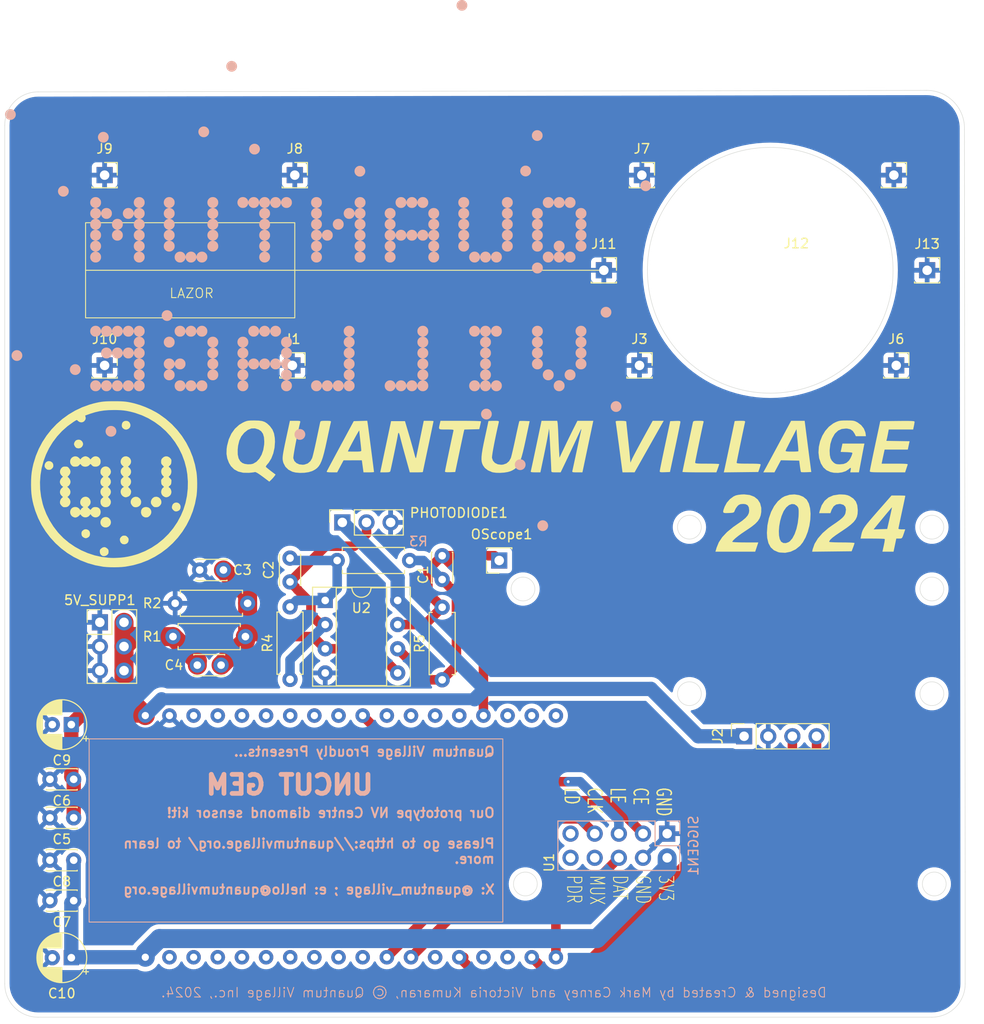
<source format=kicad_pcb>
(kicad_pcb (version 20240108) (generator "pcbnew") (generator_version "8.0")
  (layers (0 "F.Cu" signal) (31 "B.Cu" signal) (34 "B.Paste" user) (35 "F.Paste" user) (36 "B.SilkS" user "B.Silkscreen") (37 "F.SilkS" user "F.Silkscreen") (38 "B.Mask" user) (39 "F.Mask" user) (44 "Edge.Cuts" user))
  (net 0 "")
  (net 1 "Net-(U2B--)")
  (net 2 "/ADC_SIGNAL")
  (net 3 "/PHOTO_DETECT")
  (net 4 "Net-(C2-Pad2)")
  (net 5 "/FAKE_GND")
  (net 6 "GND")
  (net 7 "/5V")
  (net 8 "/SIGGEN_SCK")
  (net 9 "/SIGGEN_DAT")
  (net 10 "/SIGGEN_CS")
  (net 11 "/SIGGEN_LE")
  (net 12 "/3V3")
  (net 13 "/I2C_SCK")
  (net 14 "/I2C_SDA")
  (footprint "Connector_PinSocket_2.54mm:PinSocket_1x04_P2.54mm_Vertical" (layer "F.Cu") (at 166.75 112.725 90)
    (property "Reference" "J2" (at 0 -2.77 90) (layer "F.SilkS"))
    (property "Value" "OLED Screen Interface")
    (pad "1" thru_hole rect (at 0 0 90) (size 1.7 1.7) (drill 1) (layers "*.Cu" "*.Mask") (net 7 "/5V"))
    (pad "2" thru_hole oval (at 0 2.54 90) (size 1.7 1.7) (drill 1) (layers "*.Cu" "*.Mask") (net 6 "GND"))
    (pad "3" thru_hole oval (at 0 5.08 90) (size 1.7 1.7) (drill 1) (layers "*.Cu" "*.Mask") (net 13 "/I2C_SCK"))
    (pad "4" thru_hole oval (at 0 7.62 90) (size 1.7 1.7) (drill 1) (layers "*.Cu" "*.Mask") (net 14 "/I2C_SDA"))
  )
  (footprint "Connector_PinSocket_2.54mm:PinSocket_1x01_P2.54mm_Vertical" (layer "F.Cu") (at 99.5 53.75)
    (property "Reference" "J9" (at 0 -2.77 0) (layer "F.SilkS"))
    (property "Value" "ANCHORPIN")
    (pad "1" thru_hole rect (at 0 0) (size 1.7 1.7) (drill 1) (layers "*.Cu" "*.Mask") (net 6 "GND"))
  )
  (footprint "Connector_PinSocket_2.54mm:PinSocket_1x01_P2.54mm_Vertical" (layer "F.Cu") (at 99.5 73.75)
    (property "Reference" "J10" (at 0 -2.77 0) (layer "F.SilkS"))
    (property "Value" "ANCHORPIN")
    (pad "1" thru_hole rect (at 0 0) (size 1.7 1.7) (drill 1) (layers "*.Cu" "*.Mask") (net 6 "GND"))
  )
  (footprint "Capacitor_THT:C_Disc_D3.0mm_W2.0mm_P2.50mm" (layer "F.Cu") (at 96.25 121.3 180)
    (property "Reference" "C5" (at 1.25 -2.25 0) (layer "F.SilkS"))
    (property "Value" "100nF")
    (pad "1" thru_hole circle (at 0 0 180) (size 1.6 1.6) (drill 0.8) (layers "*.Cu" "*.Mask") (net 7 "/5V"))
    (pad "2" thru_hole circle (at 2.5 0 180) (size 1.6 1.6) (drill 0.8) (layers "*.Cu" "*.Mask") (net 6 "GND"))
  )
  (footprint "Connector_PinSocket_2.54mm:PinSocket_1x01_P2.54mm_Vertical" (layer "F.Cu") (at 156 53.75)
    (property "Reference" "J7" (at 0 -2.77 0) (layer "F.SilkS"))
    (property "Value" "ANCHORPIN")
    (pad "1" thru_hole rect (at 0 0) (size 1.7 1.7) (drill 1) (layers "*.Cu" "*.Mask") (net 6 "GND"))
  )
  (footprint "Resistor_THT:R_Axial_DIN0207_L6.3mm_D2.5mm_P7.62mm_Horizontal" (layer "F.Cu") (at 114.54 98.75 180)
    (property "Reference" "R2" (at 10.04 0 180) (layer "F.SilkS"))
    (property "Value" "1k")
    (pad "1" thru_hole circle (at 0 0 180) (size 1.6 1.6) (drill 0.8) (layers "*.Cu" "*.Mask") (net 5 "/FAKE_GND"))
    (pad "2" thru_hole oval (at 7.62 0 180) (size 1.6 1.6) (drill 0.8) (layers "*.Cu" "*.Mask") (net 6 "GND"))
  )
  (footprint "Connector_PinSocket_2.54mm:PinSocket_1x01_P2.54mm_Vertical" (layer "F.Cu") (at 141 94.25 180)
    (property "Reference" "OScope1" (at -0.25 2.75 0) (layer "F.SilkS"))
    (property "Value" "OScope")
    (pad "1" thru_hole rect (at 0 0 180) (size 1.7 1.7) (drill 1) (layers "*.Cu" "*.Mask") (net 2 "/ADC_SIGNAL"))
  )
  (footprint "Resistor_THT:R_Axial_DIN0207_L6.3mm_D2.5mm_P7.62mm_Horizontal" (layer "F.Cu") (at 123.96 94.25)
    (property "Reference" "R3" (at 8.54 -2 0) (layer "B.SilkS") (effects (justify mirror)))
    (property "Value" "1k")
    (pad "1" thru_hole circle (at 0 0) (size 1.6 1.6) (drill 0.8) (layers "*.Cu" "*.Mask") (net 4 "Net-(C2-Pad2)"))
    (pad "2" thru_hole oval (at 7.62 0) (size 1.6 1.6) (drill 0.8) (layers "*.Cu" "*.Mask") (net 1 "Net-(U2B--)"))
  )
  (footprint "Connector_PinSocket_2.54mm:PinSocket_1x01_P2.54mm_Vertical" (layer "F.Cu") (at 182.75 73.75)
    (property "Reference" "J6" (at 0 -2.77 0) (layer "F.SilkS"))
    (property "Value" "ANCHORPIN")
    (pad "1" thru_hole rect (at 0 0) (size 1.7 1.7) (drill 1) (layers "*.Cu" "*.Mask") (net 6 "GND"))
  )
  (footprint "LOGO" (layer "F.Cu") (at 174 90.25)
    (property "Reference" "G***" (hide yes))
    (property "Value" "LOGO" (hide yes))
  )
  (footprint "Capacitor_THT:C_Disc_D3.0mm_W2.0mm_P2.50mm" (layer "F.Cu") (at 96.25 130 180)
    (property "Reference" "C7" (at 1.25 -2.25 0) (layer "F.SilkS"))
    (property "Value" "100nF")
    (pad "1" thru_hole circle (at 0 0 180) (size 1.6 1.6) (drill 0.8) (layers "*.Cu" "*.Mask") (net 12 "/3V3"))
    (pad "2" thru_hole circle (at 2.5 0 180) (size 1.6 1.6) (drill 0.8) (layers "*.Cu" "*.Mask") (net 6 "GND"))
  )
  (footprint "Connector_PinSocket_2.54mm:PinSocket_1x01_P2.54mm_Vertical" (layer "F.Cu") (at 186 63.75)
    (property "Reference" "J13" (at 0 -2.77 0) (layer "F.SilkS"))
    (property "Value" "ANCHORPIN")
    (pad "1" thru_hole rect (at 0 0) (size 1.7 1.7) (drill 1) (layers "*.Cu" "*.Mask") (net 6 "GND"))
  )
  (footprint "Connector_PinSocket_2.54mm:PinSocket_1x01_P2.54mm_Vertical" (layer "F.Cu") (at 182.5 53.75)
    (property "Reference" "J12" (at -10.25 7.18 0) (layer "F.SilkS"))
    (property "Value" "ANCHORPIN")
    (pad "1" thru_hole rect (at 0 0) (size 1.7 1.7) (drill 1) (layers "*.Cu" "*.Mask") (net 6 "GND"))
  )
  (footprint "Capacitor_THT:C_Disc_D3.0mm_W2.0mm_P2.50mm" (layer "F.Cu") (at 135 96.25 90)
    (property "Reference" "C1" (at 0.5 -2 90) (layer "F.SilkS"))
    (property "Value" "104")
    (pad "1" thru_hole circle (at 0 0 90) (size 1.6 1.6) (drill 0.8) (layers "*.Cu" "*.Mask") (net 1 "Net-(U2B--)"))
    (pad "2" thru_hole circle (at 2.5 0 90) (size 1.6 1.6) (drill 0.8) (layers "*.Cu" "*.Mask") (net 2 "/ADC_SIGNAL"))
  )
  (footprint "Resistor_THT:R_Axial_DIN0207_L6.3mm_D2.5mm_P7.62mm_Horizontal" (layer "F.Cu") (at 135 106.79 90)
    (property "Reference" "R5" (at 3.81 -2.37 90) (layer "F.SilkS"))
    (property "Value" "47k")
    (pad "1" thru_hole circle (at 0 0 90) (size 1.6 1.6) (drill 0.8) (layers "*.Cu" "*.Mask") (net 1 "Net-(U2B--)"))
    (pad "2" thru_hole oval (at 7.62 0 90) (size 1.6 1.6) (drill 0.8) (layers "*.Cu" "*.Mask") (net 2 "/ADC_SIGNAL"))
  )
  (footprint "Connector_PinHeader_2.54mm:PinHeader_2x03_P2.54mm_Vertical" (layer "F.Cu") (at 99 100.75)
    (property "Reference" "5V_SUPP1" (at 0 -2.33 0) (layer "F.SilkS"))
    (property "Value" "Conn_02x03_Odd_Even")
    (pad "1" thru_hole rect (at 0 0) (size 1.7 1.7) (drill 1) (layers "*.Cu" "*.Mask") (net 6 "GND"))
    (pad "2" thru_hole oval (at 2.54 0) (size 1.7 1.7) (drill 1) (layers "*.Cu" "*.Mask") (net 7 "/5V"))
    (pad "3" thru_hole oval (at 0 2.54) (size 1.7 1.7) (drill 1) (layers "*.Cu" "*.Mask") (net 6 "GND"))
    (pad "4" thru_hole oval (at 2.54 2.54) (size 1.7 1.7) (drill 1) (layers "*.Cu" "*.Mask") (net 7 "/5V"))
    (pad "5" thru_hole oval (at 0 5.08) (size 1.7 1.7) (drill 1) (layers "*.Cu" "*.Mask") (net 6 "GND"))
    (pad "6" thru_hole oval (at 2.54 5.08) (size 1.7 1.7) (drill 1) (layers "*.Cu" "*.Mask") (net 7 "/5V"))
  )
  (footprint "Capacitor_THT:C_Disc_D3.0mm_W2.0mm_P2.50mm" (layer "F.Cu") (at 112 95.25 180)
    (property "Reference" "C3" (at -2 0 0) (layer "F.SilkS"))
    (property "Value" "100nF")
    (pad "1" thru_hole circle (at 0 0 180) (size 1.6 1.6) (drill 0.8) (layers "*.Cu" "*.Mask") (net 5 "/FAKE_GND"))
    (pad "2" thru_hole circle (at 2.5 0 180) (size 1.6 1.6) (drill 0.8) (layers "*.Cu" "*.Mask") (net 6 "GND"))
  )
  (footprint "Connector_PinSocket_2.54mm:PinSocket_1x01_P2.54mm_Vertical" (layer "F.Cu") (at 152 63.75)
    (property "Reference" "J11" (at 0 -2.77 0) (layer "F.SilkS"))
    (property "Value" "ANCHORPIN")
    (pad "1" thru_hole rect (at 0 0) (size 1.7 1.7) (drill 1) (layers "*.Cu" "*.Mask") (net 6 "GND"))
  )
  (footprint "LOGO" (layer "F.Cu") (at 148.728353 82.103381)
    (property "Reference" "G***" (hide yes))
    (property "Value" "LOGO" (hide yes))
  )
  (footprint "Capacitor_THT:C_Disc_D3.0mm_W2.0mm_P2.50mm" (layer "F.Cu") (at 109.25 105.25)
    (property "Reference" "C4" (at -2.46 0 0) (layer "F.SilkS"))
    (property "Value" "100nF")
    (pad "1" thru_hole circle (at 0 0) (size 1.6 1.6) (drill 0.8) (layers "*.Cu" "*.Mask") (net 7 "/5V"))
    (pad "2" thru_hole circle (at 2.5 0) (size 1.6 1.6) (drill 0.8) (layers "*.Cu" "*.Mask") (net 5 "/FAKE_GND"))
  )
  (footprint "Capacitor_THT:C_Disc_D3.0mm_W2.0mm_P2.50mm" (layer "F.Cu") (at 96.25 117.25 180)
    (property "Reference" "C6" (at 1.25 -2.25 0) (layer "F.SilkS"))
    (property "Value" "100nF")
    (pad "1" thru_hole circle (at 0 0 180) (size 1.6 1.6) (drill 0.8) (layers "*.Cu" "*.Mask") (net 7 "/5V"))
    (pad "2" thru_hole circle (at 2.5 0 180) (size 1.6 1.6) (drill 0.8) (layers "*.Cu" "*.Mask") (net 6 "GND"))
  )
  (footprint "ESP32-board:ESP32-DOIT-DEVKIT1" (layer "F.Cu") (at 149.5 123.25 -90)
    (property "Reference" "U1" (at 2.75 3.25 90) (layer "F.SilkS"))
    (property "Value" "DOIT-ESP32-DEVKIT-V1")
    (pad "1" thru_hole circle (at -12.7 2.54 270) (size 1.524 1.524) (drill 0.762) (layers "*.Cu" "*.Mask"))
    (pad "2" thru_hole circle (at -12.7 5.08 270) (size 1.524 1.524) (drill 0.762) (layers "*.Cu" "*.Mask"))
    (pad "3" thru_hole circle (at -12.7 7.62 270) (size 1.524 1.524) (drill 0.762) (layers "*.Cu" "*.Mask"))
    (pad "4" thru_hole circle (at -12.7 10.16 270) (size 1.524 1.524) (drill 0.762) (layers "*.Cu" "*.Mask") (net 2 "/ADC_SIGNAL"))
    (pad "5" thru_hole circle (at -12.7 12.7 270) (size 1.524 1.524) (drill 0.762) (layers "*.Cu" "*.Mask"))
    (pad "6" thru_hole circle (at -12.7 15.24 270) (size 1.524 1.524) (drill 0.762) (layers "*.Cu" "*.Mask"))
    (pad "7" thru_hole circle (at -12.7 17.78 270) (size 1.524 1.524) (drill 0.762) (layers "*.Cu" "*.Mask"))
    (pad "8" thru_hole circle (at -12.7 20.32 270) (size 1.524 1.524) (drill 0.762) (layers "*.Cu" "*.Mask"))
    (pad "9" thru_hole circle (at -12.7 22.86 270) (size 1.524 1.524) (drill 0.762) (layers "*.Cu" "*.Mask") (net 11 "/SIGGEN_LE"))
    (pad "10" thru_hole circle (at -12.7 25.4 270) (size 1.524 1.524) (drill 0.762) (layers "*.Cu" "*.Mask"))
    (pad "11" thru_hole circle (at -12.7 27.94 270) (size 1.524 1.524) (drill 0.762) (layers "*.Cu" "*.Mask"))
    (pad "12" thru_hole circle (at -12.7 30.48 270) (size 1.524 1.524) (drill 0.762) (layers "*.Cu" "*.Mask"))
    (pad "13" thru_hole circle (at -12.7 33.02 270) (size 1.524 1.524) (drill 0.762) (layers "*.Cu" "*.Mask"))
    (pad "14" thru_hole circle (at -12.7 35.56 270) (size 1.524 1.524) (drill 0.762) (layers "*.Cu" "*.Mask"))
    (pad "15" thru_hole circle (at -12.7 38.1 270) (size 1.524 1.524) (drill 0.762) (layers "*.Cu" "*.Mask"))
    (pad "16" thru_hole circle (at -12.7 40.64 270) (size 1.524 1.524) (drill 0.762) (layers "*.Cu" "*.Mask"))
    (pad "17" thru_hole circle (at -12.7 43.18 270) (size 1.524 1.524) (drill 0.762) (layers "*.Cu" "*.Mask") (net 6 "GND"))
    (pad "18" thru_hole circle (at -12.7 45.72 270) (size 1.524 1.524) (drill 0.762) (layers "*.Cu" "*.Mask") (net 7 "/5V"))
    (pad "19" thru_hole circle (at 12.7 45.72 270) (size 1.524 1.524) (drill 0.762) (layers "*.Cu" "*.Mask") (net 12 "/3V3"))
    (pad "20" thru_hole circle (at 12.7 43.18 270) (size 1.524 1.524) (drill 0.762) (layers "*.Cu" "*.Mask"))
    (pad "21" thru_hole circle (at 12.7 40.64 270) (size 1.524 1.524) (drill 0.762) (layers "*.Cu" "*.Mask"))
    (pad "22" thru_hole circle (at 12.7 38.1 270) (size 1.524 1.524) (drill 0.762) (layers "*.Cu" "*.Mask"))
    (pad "23" thru_hole circle (at 12.7 35.56 270) (size 1.524 1.524) (drill 0.762) (layers "*.Cu" "*.Mask"))
    (pad "24" thru_hole circle (at 12.7 33.02 270) (size 1.524 1.524) (drill 0.762) (layers "*.Cu" "*.Mask"))
    (pad "25" thru_hole circle (at 12.7 30.48 270) (size 1.524 1.524) (drill 0.762) (layers "*.Cu" "*.Mask"))
    (pad "26" thru_hole circle (at 12.7 27.94 270) (size 1.524 1.524) (drill 0.762) (layers "*.Cu" "*.Mask"))
    (pad "27" thru_hole circle (at 12.7 25.4 270) (size 1.524 1.524) (drill 0.762) (layers "*.Cu" "*.Mask"))
    (pad "28" thru_hole circle (at 12.7 22.86 270) (size 1.524 1.524) (drill 0.762) (layers "*.Cu" "*.Mask"))
    (pad "29" thru_hole circle (at 12.7 20.32 270) (size 1.524 1.524) (drill 0.762) (layers "*.Cu" "*.Mask") (net 10 "/SIGGEN_CS"))
    (pad "30" thru_hole circle (at 12.7 17.78 270) (size 1.524 1.524) (drill 0.762) (layers "*.Cu" "*.Mask") (net 8 "/SIGGEN_SCK"))
    (pad "31" thru_hole circle (at 12.7 15.24 270) (size 1.524 1.524) (drill 0.762) (layers "*.Cu" "*.Mask"))
    (pad "32" thru_hole circle (at 12.7 12.7 270) (size 1.524 1.524) (drill 0.762) (layers "*.Cu" "*.Mask") (net 14 "/I2C_SDA"))
    (pad "33" thru_hole circle (at 12.7 10.16 270) (size 1.524 1.524) (drill 0.762) (layers "*.Cu" "*.Mask"))
    (pad "34" thru_hole circle (at 12.7 7.62 270) (size 1.524 1.524) (drill 0.762) (layers "*.Cu" "*.Mask"))
    (pad "35" thru_hole circle (at 12.7 5.08 270) (size 1.524 1.524) (drill 0.762) (layers "*.Cu" "*.Mask") (net 13 "/I2C_SCK"))
    (pad "36" thru_hole circle (at 12.7 2.54 270) (size 1.524 1.524) (drill 0.762) (layers "*.Cu" "*.Mask") (net 9 "/SIGGEN_DAT"))
  )
  (footprint "Package_DIP:DIP-8_W7.62mm_Socket" (layer "F.Cu") (at 122.7 98.45)
    (property "Reference" "U2" (at 3.8 0.8 0) (layer "F.SilkS"))
    (property "Value" "TL082")
    (pad "1" thru_hole rect (at 0 0) (size 1.6 1.6) (drill 0.8) (layers "*.Cu" "*.Mask") (net 4 "Net-(C2-Pad2)"))
    (pad "2" thru_hole oval (at 0 2.54) (size 1.6 1.6) (drill 0.8) (layers "*.Cu" "*.Mask") (net 3 "/PHOTO_DETECT"))
    (pad "3" thru_hole oval (at 0 5.08) (size 1.6 1.6) (drill 0.8) (layers "*.Cu" "*.Mask") (net 5 "/FAKE_GND"))
    (pad "4" thru_hole oval (at 0 7.62) (size 1.6 1.6) (drill 0.8) (layers "*.Cu" "*.Mask") (net 6 "GND"))
    (pad "5" thru_hole oval (at 7.62 7.62) (size 1.6 1.6) (drill 0.8) (layers "*.Cu" "*.Mask") (net 5 "/FAKE_GND"))
    (pad "6" thru_hole oval (at 7.62 5.08) (size 1.6 1.6) (drill 0.8) (layers "*.Cu" "*.Mask") (net 1 "Net-(U2B--)"))
    (pad "7" thru_hole oval (at 7.62 2.54) (size 1.6 1.6) (drill 0.8) (layers "*.Cu" "*.Mask") (net 2 "/ADC_SIGNAL"))
    (pad "8" thru_hole oval (at 7.62 0) (size 1.6 1.6) (drill 0.8) (layers "*.Cu" "*.Mask") (net 7 "/5V"))
  )
  (footprint "LOGO" (layer "F.Cu") (at 100.5 86.25)
    (property "Reference" "G***" (hide yes))
    (property "Value" "LOGO" (hide yes))
  )
  (footprint "Capacitor_THT:C_Disc_D3.0mm_W2.0mm_P2.50mm" (layer "F.Cu") (at 96.25 125.75 180)
    (property "Reference" "C8" (at 1.25 -2.25 0) (layer "F.SilkS"))
    (property "Value" "100nF")
    (pad "1" thru_hole circle (at 0 0 180) (size 1.6 1.6) (drill 0.8) (layers "*.Cu" "*.Mask") (net 12 "/3V3"))
    (pad "2" thru_hole circle (at 2.5 0 180) (size 1.6 1.6) (drill 0.8) (layers "*.Cu" "*.Mask") (net 6 "GND"))
  )
  (footprint "Connector_PinSocket_2.54mm:PinSocket_1x03_P2.54mm_Vertical" (layer "F.Cu") (at 124.5 90.25 90)
    (property "Reference" "PHOTODIODE1" (at 1 12.25 0) (layer "F.SilkS"))
    (property "Value" "Conn_01x03_Socket")
    (pad "1" thru_hole rect (at 0 0 90) (size 1.7 1.7) (drill 1) (layers "*.Cu" "*.Mask") (net 7 "/5V"))
    (pad "2" thru_hole oval (at 0 2.54 90) (size 1.7 1.7) (drill 1) (layers "*.Cu" "*.Mask") (net 3 "/PHOTO_DETECT"))
    (pad "3" thru_hole oval (at 0 5.08 90) (size 1.7 1.7) (drill 1) (layers "*.Cu" "*.Mask") (net 6 "GND"))
  )
  (footprint "Connector_PinSocket_2.54mm:PinSocket_1x01_P2.54mm_Vertical" (layer "F.Cu") (at 119.25 73.75)
    (property "Reference" "J1" (at 0 -2.77 0) (layer "F.SilkS"))
    (property "Value" "ANCHORPIN")
    (pad "1" thru_hole rect (at 0 0) (size 1.7 1.7) (drill 1) (layers "*.Cu" "*.Mask") (net 6 "GND"))
  )
  (footprint "Resistor_THT:R_Axial_DIN0207_L6.3mm_D2.5mm_P7.62mm_Horizontal" (layer "F.Cu") (at 119 106.75 90)
    (property "Reference" "R4" (at 3.81 -2.37 90) (layer "F.SilkS"))
    (property "Value" "1M")
    (pad "1" thru_hole circle (at 0 0 90) (size 1.6 1.6) (drill 0.8) (layers "*.Cu" "*.Mask") (net 3 "/PHOTO_DETECT"))
    (pad "2" thru_hole oval (at 7.62 0 90) (size 1.6 1.6) (drill 0.8) (layers "*.Cu" "*.Mask") (net 4 "Net-(C2-Pad2)"))
  )
  (footprint "Capacitor_THT:CP_Radial_D5.0mm_P2.00mm" (layer "F.Cu") (at 96 111.5 180)
    (property "Reference" "C9" (at 1 -3.75 0) (layer "F.SilkS"))
    (property "Value" "10uF")
    (pad "1" thru_hole rect (at 0 0 180) (size 1.6 1.6) (drill 0.8) (layers "*.Cu" "*.Mask") (net 7 "/5V"))
    (pad "2" thru_hole circle (at 2 0 180) (size 1.6 1.6) (drill 0.8) (layers "*.Cu" "*.Mask") (net 6 "GND"))
  )
  (footprint "Capacitor_THT:C_Disc_D3.0mm_W2.0mm_P2.50mm" (layer "F.Cu") (at 119 96.5 90)
    (property "Reference" "C2" (at 1.25 -2.25 90) (layer "F.SilkS"))
    (property "Value" "33")
    (pad "1" thru_hole circle (at 0 0 90) (size 1.6 1.6) (drill 0.8) (layers "*.Cu" "*.Mask") (net 3 "/PHOTO_DETECT"))
    (pad "2" thru_hole circle (at 2.5 0 90) (size 1.6 1.6) (drill 0.8) (layers "*.Cu" "*.Mask") (net 4 "Net-(C2-Pad2)"))
  )
  (footprint "Connector_PinSocket_2.54mm:PinSocket_1x01_P2.54mm_Vertical" (layer "F.Cu") (at 155.75 73.75)
    (property "Reference" "J3" (at 0 -2.77 0) (layer "F.SilkS"))
    (property "Value" "ANCHORPIN")
    (pad "1" thru_hole rect (at 0 0) (size 1.7 1.7) (drill 1) (layers "*.Cu" "*.Mask") (net 6 "GND"))
  )
  (footprint "Connector_PinSocket_2.54mm:PinSocket_1x01_P2.54mm_Vertical" (layer "F.Cu") (at 119.5 53.75)
    (property "Reference" "J8" (at 0 -2.77 0) (layer "F.SilkS"))
    (property "Value" "ANCHORPIN")
    (pad "1" thru_hole rect (at 0 0) (size 1.7 1.7) (drill 1) (layers "*.Cu" "*.Mask") (net 6 "GND"))
  )
  (footprint "Resistor_THT:R_Axial_DIN0207_L6.3mm_D2.5mm_P7.62mm_Horizontal" (layer "F.Cu") (at 106.69 102.25)
    (property "Reference" "R1" (at -2.19 0 0) (layer "F.SilkS"))
    (property "Value" "1k")
    (pad "1" thru_hole circle (at 0 0) (size 1.6 1.6) (drill 0.8) (layers "*.Cu" "*.Mask") (net 7 "/5V"))
    (pad "2" thru_hole oval (at 7.62 0) (size 1.6 1.6) (drill 0.8) (layers "*.Cu" "*.Mask") (net 5 "/FAKE_GND"))
  )
  (footprint "Capacitor_THT:CP_Radial_D5.0mm_P2.00mm" (layer "F.Cu") (at 96 136 180)
    (property "Reference" "C10" (at 1 -3.75 0) (layer "F.SilkS"))
    (property "Value" "10uF")
    (pad "1" thru_hole rect (at 0 0 180) (size 1.6 1.6) (drill 0.8) (layers "*.Cu" "*.Mask") (net 12 "/3V3"))
    (pad "2" thru_hole circle (at 2 0 180) (size 1.6 1.6) (drill 0.8) (layers "*.Cu" "*.Mask") (net 6 "GND"))
  )
  (footprint "LOGO" (layer "B.Cu") (at 123.212375 64.825604 180)
    (property "Reference" "G***" (hide yes))
    (property "Value" "LOGO" (hide yes))
  )
  (footprint "Connector_PinSocket_2.54mm:PinSocket_2x05_P2.54mm_Vertical" (layer "B.Cu") (at 158.66 122.96 90)
    (property "Reference" "SIGGEN1" (at -1.27 2.77 90) (layer "B.SilkS") (effects (justify mirror)))
    (property "Value" "Microwave Signal Generator Interface")
    (pad "1" thru_hole rect (at 0 0 90) (size 1.7 1.7) (drill 1) (layers "*.Cu" "*.Mask") (net 6 "GND"))
    (pad "2" thru_hole oval (at -2.54 0 90) (size 1.7 1.7) (drill 1) (layers "*.Cu" "*.Mask") (net 12 "/3V3"))
    (pad "3" thru_hole oval (at 0 -2.54 90) (size 1.7 1.7) (drill 1) (layers "*.Cu" "*.Mask") (net 10 "/SIGGEN_CS"))
    (pad "4" thru_hole oval (at -2.54 -2.54 90) (size 1.7 1.7) (drill 1) (layers "*.Cu" "*.Mask") (net 6 "GND"))
    (pad "5" thru_hole oval (at 0 -5.08 90) (size 1.7 1.7) (drill 1) (layers "*.Cu" "*.Mask") (net 11 "/SIGGEN_LE"))
    (pad "6" thru_hole oval (at -2.54 -5.08 90) (size 1.7 1.7) (drill 1) (layers "*.Cu" "*.Mask") (net 9 "/SIGGEN_DAT"))
    (pad "7" thru_hole oval (at 0 -7.62 90) (size 1.7 1.7) (drill 1) (layers "*.Cu" "*.Mask") (net 8 "/SIGGEN_SCK"))
    (pad "8" thru_hole oval (at -2.54 -7.62 90) (size 1.7 1.7) (drill 1) (layers "*.Cu" "*.Mask"))
    (pad "9" thru_hole oval (at 0 -10.16 90) (size 1.7 1.7) (drill 1) (layers "*.Cu" "*.Mask"))
    (pad "10" thru_hole oval (at -2.54 -10.16 90) (size 1.7 1.7) (drill 1) (layers "*.Cu" "*.Mask"))
  )
  (gr_line (start 152 63.75) (end 97.5 63.75) (stroke (width 0.1)) (layer "F.SilkS"))
  (gr_rect (start 97.5 58.75) (end 119.5 68.75) (stroke (width 0.1)) (fill none) (layer "F.SilkS"))
  (gr_arc (start 92.5 142.25) (mid 90.025126 141.224874) (end 89 138.75) (stroke (width 0.05)) (layer "Edge.Cuts"))
  (gr_arc (start 190 138.75) (mid 188.974874 141.224874) (end 186.5 142.25) (stroke (width 0.05)) (layer "Edge.Cuts"))
  (gr_circle (center 186.75 128.25) (end 188 128.25) (stroke (width 0.05)) (fill none) (layer "Edge.Cuts"))
  (gr_circle (center 186.5 90.75) (end 187.75 90.75) (stroke (width 0.05)) (fill none) (layer "Edge.Cuts"))
  (gr_arc (start 89 48.5) (mid 90.025126 46.025126) (end 92.5 45) (stroke (width 0.05)) (layer "Edge.Cuts"))
  (gr_line (start 92.5 142.25) (end 186.5 142.25) (stroke (width 0.05)) (layer "Edge.Cuts"))
  (gr_circle (center 161 90.75) (end 162.25 90.75) (stroke (width 0.05)) (fill none) (layer "Edge.Cuts"))
  (gr_line (start 89 48.5) (end 89 138.75) (stroke (width 0.05)) (layer "Edge.Cuts"))
  (gr_circle (center 169.5 63.75) (end 160 55) (stroke (width 0.05)) (fill none) (layer "Edge.Cuts"))
  (gr_arc (start 185.922014 44.841687) (mid 188.806334 46.052759) (end 189.923134 48.974874) (stroke (width 0.05)) (layer "Edge.Cuts"))
  (gr_circle (center 186.5 108.25) (end 187.75 108.25) (stroke (width 0.05)) (fill none) (layer "Edge.Cuts"))
  (gr_circle (center 161 108.25) (end 162.25 108.25) (stroke (width 0.05)) (fill none) (layer "Edge.Cuts"))
  (gr_line (start 185.922014 44.841687) (end 92.5 45) (stroke (width 0.05)) (layer "Edge.Cuts"))
  (gr_line (start 190 138.75) (end 190 127) (stroke (width 0.05)) (layer "Edge.Cuts"))
  (gr_circle (center 143.75 128.25) (end 145 128.25) (stroke (width 0.05)) (fill none) (layer "Edge.Cuts"))
  (gr_line (start 190 127) (end 189.923134 48.974874) (stroke (width 0.05)) (layer "Edge.Cuts"))
  (gr_circle (center 143.5 97.25) (end 144.75 97.25) (stroke (width 0.05)) (fill none) (layer "Edge.Cuts"))
  (gr_circle (center 186.5 97.25) (end 187.75 97.25) (stroke (width 0.05)) (fill none) (layer "Edge.Cuts"))
  (gr_text "UNCUT GEM" (at 128 119 0) (layer "B.SilkS") (effects (font (size 2 2) (thickness 0.5) (bold yes)) (justify left bottom mirror)))
  (gr_text "Designed & Created by Mark Carney and Victoria Kumaran, © Quantum Village Inc., 2024." (at 175.5 140.25 0) (layer "B.SilkS") (effects (font (size 1 1) (thickness 0.1)) (justify left bottom mirror)))
  (gr_text "LAZOR" (at 106.25 66.75 0) (layer "F.SilkS") (effects (font (size 1 1) (thickness 0.1)) (justify left bottom)))
  (gr_text "GND\nCE\nLE\nCLK\nLD" (at 147.75 118 270) (layer "F.SilkS") (effects (font (size 1.5 1)) (justify left bottom)))
  (gr_text "3V3\nGND\nDAT\nMUX\nPDR" (at 148 127.25 270) (layer "F.SilkS") (effects (font (size 1.5 1) (thickness 0.1)) (justify left bottom)))
  (gr_text_box "Quantum Village Proudly Presents...\n\n\n\nOur prototype NV Centre diamond sensor kit!\n\nPlease go to https://quantumvillage.org/ to learn more.\n\nX: @quantum_village ; e: hello@quantumvillage.org" (start 97.875 113) (end 141.375 132.25) (layer "B.SilkS") (effects (font (size 1 1) (thickness 0.2) (bold yes)) (justify left top mirror)) (border yes) (stroke (width 0.1)))
  (segment (start 136.5 105.29) (end 135 106.79) (width 1) (layer "F.Cu") (net 1))
  (segment (start 136.5 97.75) (end 136.5 105.29) (width 1) (layer "F.Cu") (net 1))
  (segment (start 135 106.79) (end 133.58 106.79) (width 1) (layer "F.Cu") (net 1))
  (segment (start 135 96.25) (end 136.5 97.75) (width 1) (layer "F.Cu") (net 1))
  (segment (start 133.58 106.79) (end 130.32 103.53) (width 1) (layer "F.Cu") (net 1))
  (segment (start 133 94.25) (end 135 96.25) (width 1) (layer "B.Cu") (net 1))
  (segment (start 131.58 94.25) (end 133 94.25) (width 1) (layer "B.Cu") (net 1))
  (segment (start 133.18 100.99) (end 135 99.17) (width 1) (layer "F.Cu") (net 2))
  (segment (start 135 93.75) (end 133.5 95.25) (width 1) (layer "F.Cu") (net 2))
  (segment (start 135 93.75) (end 140.5 93.75) (width 1) (layer "F.Cu") (net 2))
  (segment (start 133.5 95.25) (end 133.5 97.67) (width 1) (layer "F.Cu") (net 2))
  (segment (start 140.5 93.75) (end 141 94.25) (width 1) (layer "F.Cu") (net 2))
  (segment (start 133.5 97.67) (end 135 99.17) (width 1) (layer "F.Cu") (net 2))
  (segment (start 139.34 110.55) (end 139.34 98.09) (width 1) (layer "F.Cu") (net 2))
  (segment (start 139.34 98.09) (end 135 93.75) (width 1) (layer "F.Cu") (net 2))
  (segment (start 130.32 100.99) (end 133.18 100.99) (width 1) (layer "F.Cu") (net 2))
  (segment (start 121.2 98.730002) (end 121.2 99.95) (width 1) (layer "F.Cu") (net 3))
  (segment (start 119 96.5) (end 119.799999 97.299999) (width 1) (layer "F.Cu") (net 3))
  (segment (start 127.04 91.452081) (end 125.742081 92.75) (width 1) (layer "F.Cu") (net 3))
  (segment (start 122.24 100.99) (end 122.7 100.99) (width 1) (layer "F.Cu") (net 3))
  (segment (start 127.04 90.25) (end 127.04 91.452081) (width 1) (layer "F.Cu") (net 3))
  (segment (start 125.742081 92.75) (end 122.75 92.75) (width 1) (layer "F.Cu") (net 3))
  (segment (start 122.75 92.75) (end 119 96.5) (width 1) (layer "F.Cu") (net 3))
  (segment (start 121.2 99.95) (end 122.24 100.99) (width 1) (layer "F.Cu") (net 3))
  (segment (start 119.799999 97.330001) (end 121.2 98.730002) (width 1) (layer "F.Cu") (net 3))
  (segment (start 119.799999 97.299999) (end 119.799999 97.330001) (width 1) (layer "F.Cu") (net 3))
  (segment (start 119 104.69) (end 122.7 100.99) (width 1) (layer "B.Cu") (net 3))
  (segment (start 119 106.75) (end 119 104.69) (width 1) (layer "B.Cu") (net 3))
  (segment (start 123.96 94.25) (end 123.96 97.19) (width 1) (layer "B.Cu") (net 4))
  (segment (start 123.96 94.25) (end 119.25 94.25) (width 1) (layer "B.Cu") (net 4))
  (segment (start 123.96 97.19) (end 122.7 98.45) (width 1) (layer "B.Cu") (net 4))
  (segment (start 119.68 98.45) (end 119 99.13) (width 1) (layer "B.Cu") (net 4))
  (segment (start 122.7 98.45) (end 119.68 98.45) (width 1) (layer "B.Cu") (net 4))
  (segment (start 119.25 94.25) (end 119 94) (width 1) (layer "B.Cu") (net 4))
  (segment (start 114.54 98.75) (end 114.54 97.79) (width 2) (layer "F.Cu") (net 5))
  (segment (start 114.31 102.25) (end 121.42 102.25) (width 1) (layer "F.Cu") (net 5))
  (segment (start 114.54 102.02) (end 114.31 102.25) (width 2) (layer "F.Cu") (net 5))
  (segment (start 114.54 98.75) (end 114.54 102.02) (width 2) (layer "F.Cu") (net 5))
  (segment (start 127.78 103.53) (end 130.32 106.07) (width 1) (layer "F.Cu") (net 5))
  (segment (start 114.31 102.25) (end 114.31 102.69) (width 2) (layer "F.Cu") (net 5))
  (segment (start 114.54 97.79) (end 112 95.25) (width 2) (layer "F.Cu") (net 5))
  (segment (start 122.7 103.53) (end 127.78 103.53) (width 1) (layer "F.Cu") (net 5))
  (segment (start 114.31 102.69) (end 111.75 105.25) (width 2) (layer "F.Cu") (net 5))
  (segment (start 121.42 102.25) (end 122.7 103.53) (width 1) (layer "F.Cu") (net 5))
  (segment (start 158.66 122.96) (end 156.12 125.5) (width 0.5) (layer "B.Cu") (net 6))
  (segment (start 109.25 104.81) (end 106.69 102.25) (width 2) (layer "F.Cu") (net 7))
  (segment (start 106.69 102.25) (end 102.58 102.25) (width 2) (layer "F.Cu") (net 7))
  (segment (start 96.95 110.55) (end 96 111.5) (width 1.5) (layer "F.Cu") (net 7))
  (segment (start 101.54 105.83) (end 101.54 108.31) (width 2) (layer "F.Cu") (net 7))
  (segment (start 96 117) (end 96.25 117.25) (width 1.5) (layer "F.Cu") (net 7))
  (segment (start 102.58 102.25) (end 101.54 103.29) (width 2) (layer "F.Cu") (net 7))
  (segment (start 101.54 103.29) (end 101.54 105.83) (width 2) (layer "F.Cu") (net 7))
  (segment (start 101.54 100.75) (end 101.54 103.29) (width 2) (layer "F.Cu") (net 7))
  (segment (start 96.25 117.25) (end 96.25 121.3) (width 1.5) (layer "F.Cu") (net 7))
  (segment (start 109.25 105.25) (end 109.25 104.81) (width 2) (layer "F.Cu") (net 7))
  (segment (start 96 111.5) (end 96 117) (width 1.5) (layer "F.Cu") (net 7))
  (segment (start 101.54 108.31) (end 103.78 110.55) (width 2) (layer "F.Cu") (net 7))
  (segment (start 103.78 110.55) (end 96.95 110.55) (width 1.5) (layer "F.Cu") (net 7))
  (segment (start 138.412 108.838) (end 139.5 107.75) (width 1.5) (layer "B.Cu") (net 7))
  (segment (start 103.78 110.55) (end 105.492 108.838) (width 1.5) (layer "B.Cu") (net 7))
  (segment (start 130.32 96.075585) (end 130.32 98.45) (width 1.5) (layer "B.Cu") (net 7))
  (segment (start 161.929697 112.725) (end 166.75 112.725) (width 1.5) (layer "B.Cu") (net 7))
  (segment (start 105.492 108.838) (end 138.412 108.838) (width 1.25) (layer "B.Cu") (net 7))
  (segment (start 130.32 98.45) (end 132.79 100.92) (width 1.5) (layer "B.Cu") (net 7))
  (segment (start 156.954697 107.75) (end 161.929697 112.725) (width 1.5) (layer "B.Cu") (net 7))
  (segment (start 124.5 90.255585) (end 130.32 96.075585) (width 1.5) (layer "B.Cu") (net 7))
  (segment (start 132.79 100.92) (end 132.79 101.04) (width 1.5) (layer "B.Cu") (net 7))
  (segment (start 124.5 90.25) (end 124.5 90.255585) (width 1.5) (layer "B.Cu") (net 7))
  (segment (start 132.79 101.04) (end 139.5 107.75) (width 1.5) (layer "B.Cu") (net 7))
  (segment (start 139.5 107.75) (end 156.954697 107.75) (width 1.5) (layer "B.Cu") (net 7))
  (segment (start 131.72 135.95) (end 146.26 121.41) (width 1) (layer "F.Cu") (net 8))
  (segment (start 149.49 121.41) (end 151.04 122.96) (width 1) (layer "F.Cu") (net 8))
  (segment (start 146.26 121.41) (end 149.49 121.41) (width 1) (layer "F.Cu") (net 8))
  (segment (start 146.96 132.12) (end 153.58 125.5) (width 1) (layer "F.Cu") (net 9))
  (segment (start 146.96 135.95) (end 146.96 132.12) (width 1) (layer "F.Cu") (net 9))
  (segment (start 129.18 135.95) (end 145.63 119.5) (width 1) (layer "F.Cu") (net 10))
  (segment (start 152.66 119.5) (end 156.12 122.96) (width 1) (layer "F.Cu") (net 10))
  (segment (start 156.12 122.96) (end 155.96 122.96) (width 1) (layer "F.Cu") (net 10))
  (segment (start 156.12 122.96) (end 156.12 122.87) (width 1) (layer "F.Cu") (net 10))
  (segment (start 145.63 119.5) (end 152.66 119.5) (width 1) (layer "F.Cu") (net 10))
  (segment (start 133.59 117.5) (end 126.64 110.55) (width 1) (layer "F.Cu") (net 11))
  (segment (start 148.25 117.5) (end 133.59 117.5) (width 1) (layer "F.Cu") (net 11))
  (via (at 148.25 117.5) (size 0.6) (drill 0.3) (layers "F.Cu" "B.Cu") (net 11))
  (segment (start 148.25 117.5) (end 149.5 117.5) (width 1) (layer "B.Cu") (net 11))
  (segment (start 149.5 117.5) (end 153.58 121.58) (width 1) (layer "B.Cu") (net 11))
  (segment (start 153.58 121.58) (end 153.58 122.96) (width 1) (layer "B.Cu") (net 11))
  (segment (start 96.25 125.75) (end 96.25 130) (width 1.5) (layer "B.Cu") (net 12))
  (segment (start 96.05 135.95) (end 96 136) (width 1.5) (layer "B.Cu") (net 12))
  (segment (start 103.78 135.47) (end 105.262 133.988) (width 2) (layer "B.Cu") (net 12))
  (segment (start 96 136) (end 96 130.25) (width 1.5) (layer "B.Cu") (net 12))
  (segment (start 103.78 135.95) (end 96.05 135.95) (width 1.5) (layer "B.Cu") (net 12))
  (segment (start 105.262 133.988) (end 151.262 133.988) (width 2) (layer "B.Cu") (net 12))
  (segment (start 103.78 135.95) (end 103.78 135.47) (width 2) (layer "B.Cu") (net 12))
  (segment (start 151.262 133.988) (end 158.66 126.59) (width 2) (layer "B.Cu") (net 12))
  (segment (start 96 130.25) (end 96.25 130) (width 1.5) (layer "B.Cu") (net 12))
  (segment (start 158.66 126.59) (end 158.66 125.5) (width 2) (layer "B.Cu") (net 12))
  (segment (start 171.83 112.725) (end 171.482032 112.725) (width 1) (layer "F.Cu") (net 13))
  (segment (start 144.42 135.95) (end 146.22 137.75) (width 1) (layer "F.Cu") (net 13))
  (segment (start 171.83 114.92) (end 171.83 112.725) (width 1) (layer "F.Cu") (net 13))
  (segment (start 146.22 137.75) (end 149 137.75) (width 1) (layer "F.Cu") (net 13))
  (segment (start 171.83 114.92) (end 149 137.75) (width 1) (layer "F.Cu") (net 13))
  (segment (start 150 138.95) (end 150.2 138.95) (width 1) (layer "F.Cu") (net 14))
  (segment (start 136.8 135.95) (end 137.272419 135.95) (width 1) (layer "F.Cu") (net 14))
  (segment (start 139.8 138.95) (end 150 138.95) (width 1) (layer "F.Cu") (net 14))
  (segment (start 174.37 112.725) (end 174.37 114.88) (width 1) (layer "F.Cu") (net 14))
  (segment (start 174.37 114.88) (end 150.3 138.95) (width 1) (layer "F.Cu") (net 14))
  (segment (start 150.2 138.95) (end 150.25 139) (width 1) (layer "F.Cu") (net 14))
  (segment (start 150.3 138.95) (end 150 138.95) (width 1) (layer "F.Cu") (net 14))
  (segment (start 139.8 138.95) (end 136.8 135.95) (width 1) (layer "F.Cu") (net 14))
  (zone (net 6) (net_name "GND") (layer "B.Cu") (connect_pads (clearance 0.5)) (min_thickness 0.25) (fill yes (thermal_gap 0.5) (thermal_bridge_width 0.5))
    (polygon (pts (xy 88.5 143) (xy 88.75 44.5) (xy 191.25 44.5) (xy 192 143)))
  )
)
</source>
